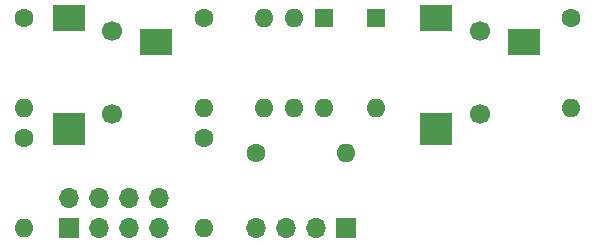
<source format=gbr>
%TF.GenerationSoftware,KiCad,Pcbnew,(5.1.9)-1*%
%TF.CreationDate,2022-02-01T09:31:05-08:00*%
%TF.ProjectId,midi_in_out_dev,6d696469-5f69-46e5-9f6f-75745f646576,1.0*%
%TF.SameCoordinates,Original*%
%TF.FileFunction,Soldermask,Top*%
%TF.FilePolarity,Negative*%
%FSLAX46Y46*%
G04 Gerber Fmt 4.6, Leading zero omitted, Abs format (unit mm)*
G04 Created by KiCad (PCBNEW (5.1.9)-1) date 2022-02-01 09:31:05*
%MOMM*%
%LPD*%
G01*
G04 APERTURE LIST*
%ADD10O,1.700000X1.700000*%
%ADD11R,1.700000X1.700000*%
%ADD12R,1.600000X1.600000*%
%ADD13O,1.600000X1.600000*%
%ADD14C,1.700000*%
%ADD15R,2.800000X2.800000*%
%ADD16R,2.800000X2.200000*%
%ADD17C,1.600000*%
G04 APERTURE END LIST*
D10*
%TO.C,REF\u002A\u002A*%
X48260000Y-40005000D03*
X48260000Y-42545000D03*
X45720000Y-40005000D03*
X45720000Y-42545000D03*
X43180000Y-40005000D03*
X43180000Y-42545000D03*
X40640000Y-40005000D03*
D11*
X40640000Y-42545000D03*
%TD*%
D12*
%TO.C,1N4148*%
X66675000Y-24765000D03*
D13*
X66675000Y-32385000D03*
%TD*%
D14*
%TO.C,J1*%
X44340000Y-32865000D03*
X44340000Y-25865000D03*
D15*
X40640000Y-34165000D03*
D16*
X40640000Y-24765000D03*
X48040000Y-26765000D03*
%TD*%
%TO.C,J2*%
X79155000Y-26765000D03*
X71755000Y-24765000D03*
D15*
X71755000Y-34165000D03*
D14*
X75455000Y-25865000D03*
X75455000Y-32865000D03*
%TD*%
D11*
%TO.C,G  TX  RX  +*%
X64135000Y-42545000D03*
D10*
X61595000Y-42545000D03*
X59055000Y-42545000D03*
X56515000Y-42545000D03*
%TD*%
D17*
%TO.C,10\u03A9*%
X36830000Y-24765000D03*
D13*
X36830000Y-32385000D03*
%TD*%
%TO.C,220\u03A9*%
X36830000Y-42545000D03*
D17*
X36830000Y-34925000D03*
%TD*%
%TO.C,33\u03A9*%
X52070000Y-24765000D03*
D13*
X52070000Y-32385000D03*
%TD*%
%TO.C,220\u03A9*%
X52070000Y-42545000D03*
D17*
X52070000Y-34925000D03*
%TD*%
%TO.C,220\u03A9*%
X83185000Y-24765000D03*
D13*
X83185000Y-32385000D03*
%TD*%
%TO.C,270\u03A9*%
X64135000Y-36195000D03*
D17*
X56515000Y-36195000D03*
%TD*%
D12*
%TO.C,H11L1*%
X62230000Y-24765000D03*
D13*
X57150000Y-32385000D03*
X59690000Y-24765000D03*
X59690000Y-32385000D03*
X57150000Y-24765000D03*
X62230000Y-32385000D03*
%TD*%
M02*

</source>
